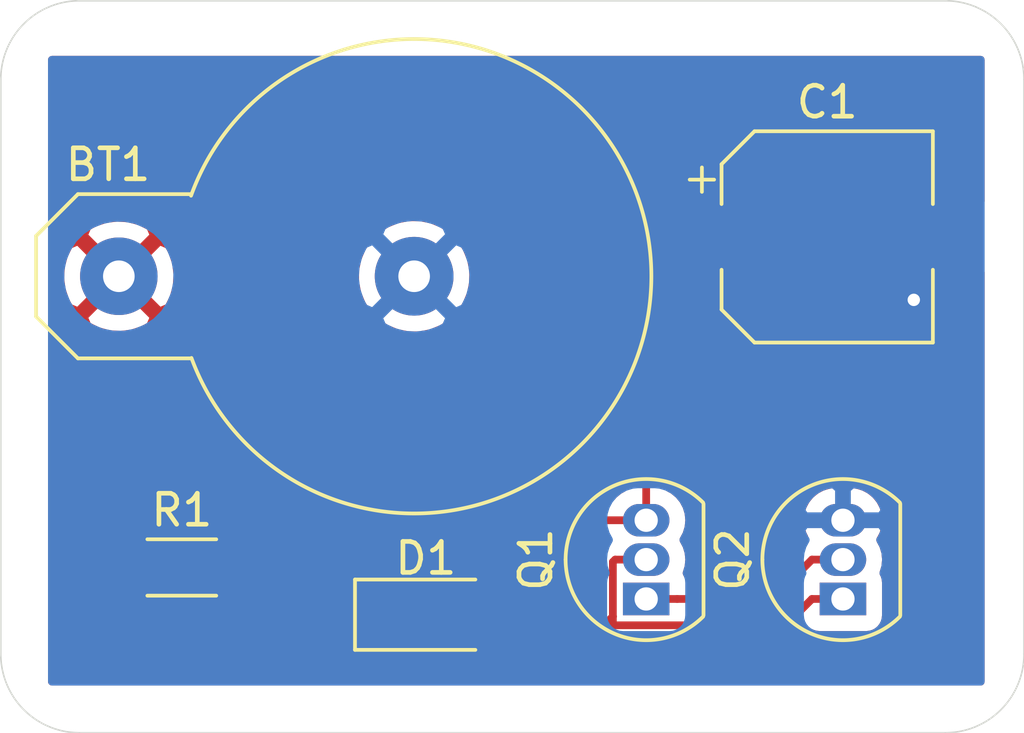
<source format=kicad_pcb>
(kicad_pcb (version 20171130) (host pcbnew "(5.1.2)-1")

  (general
    (thickness 1.6)
    (drawings 8)
    (tracks 23)
    (zones 0)
    (modules 6)
    (nets 6)
  )

  (page A4)
  (layers
    (0 F.Cu power)
    (31 B.Cu power)
    (32 B.Adhes user)
    (33 F.Adhes user)
    (34 B.Paste user)
    (35 F.Paste user)
    (36 B.SilkS user)
    (37 F.SilkS user)
    (38 B.Mask user)
    (39 F.Mask user)
    (40 Dwgs.User user)
    (41 Cmts.User user)
    (42 Eco1.User user)
    (43 Eco2.User user)
    (44 Edge.Cuts user)
    (45 Margin user)
    (46 B.CrtYd user)
    (47 F.CrtYd user)
    (48 B.Fab user)
    (49 F.Fab user)
  )

  (setup
    (last_trace_width 0.25)
    (trace_clearance 0.2)
    (zone_clearance 0.508)
    (zone_45_only no)
    (trace_min 0.2)
    (via_size 0.8)
    (via_drill 0.4)
    (via_min_size 0.4)
    (via_min_drill 0.3)
    (uvia_size 0.3)
    (uvia_drill 0.1)
    (uvias_allowed no)
    (uvia_min_size 0.2)
    (uvia_min_drill 0.1)
    (edge_width 0.05)
    (segment_width 0.2)
    (pcb_text_width 0.3)
    (pcb_text_size 1.5 1.5)
    (mod_edge_width 0.12)
    (mod_text_size 1 1)
    (mod_text_width 0.15)
    (pad_size 1.524 1.524)
    (pad_drill 0.762)
    (pad_to_mask_clearance 0.051)
    (solder_mask_min_width 0.25)
    (aux_axis_origin 0 0)
    (visible_elements FFFDFF7F)
    (pcbplotparams
      (layerselection 0x010fc_ffffffff)
      (usegerberextensions false)
      (usegerberattributes false)
      (usegerberadvancedattributes false)
      (creategerberjobfile false)
      (excludeedgelayer true)
      (linewidth 0.100000)
      (plotframeref false)
      (viasonmask false)
      (mode 1)
      (useauxorigin false)
      (hpglpennumber 1)
      (hpglpenspeed 20)
      (hpglpendiameter 15.000000)
      (psnegative false)
      (psa4output false)
      (plotreference true)
      (plotvalue true)
      (plotinvisibletext false)
      (padsonsilk false)
      (subtractmaskfromsilk false)
      (outputformat 1)
      (mirror false)
      (drillshape 0)
      (scaleselection 1)
      (outputdirectory ""))
  )

  (net 0 "")
  (net 1 "Net-(BT1-Pad2)")
  (net 2 "Net-(BT1-Pad1)")
  (net 3 "Net-(C1-Pad1)")
  (net 4 "Net-(D1-Pad1)")
  (net 5 "Net-(Q1-Pad1)")

  (net_class Default "This is the default net class."
    (clearance 0.2)
    (trace_width 0.25)
    (via_dia 0.8)
    (via_drill 0.4)
    (uvia_dia 0.3)
    (uvia_drill 0.1)
    (add_net "Net-(BT1-Pad1)")
    (add_net "Net-(BT1-Pad2)")
    (add_net "Net-(C1-Pad1)")
    (add_net "Net-(D1-Pad1)")
    (add_net "Net-(Q1-Pad1)")
  )

  (module Battery:BatteryHolder_Keystone_500 (layer F.Cu) (tedit 5C1118DA) (tstamp 5CF5AB0E)
    (at 139.7 95.25)
    (descr "Keystone #500, CR1220 battery holder, http://www.keyelco.com/product-pdf.cfm?p=710")
    (tags "CR1220 battery holder")
    (path /5CF7C973)
    (fp_text reference BT1 (at -0.35 -3.6) (layer F.SilkS)
      (effects (font (size 1 1) (thickness 0.15)))
    )
    (fp_text value "Battery_Cell 3.3V" (at 9.55 8.85) (layer F.Fab)
      (effects (font (size 1 1) (thickness 0.15)))
    )
    (fp_arc (start 9.53 0) (end 2.33 -2.6) (angle 320) (layer F.SilkS) (width 0.12))
    (fp_arc (start 9.53 0) (end 2.18 -2.85) (angle 317) (layer F.CrtYd) (width 0.05))
    (fp_circle (center 9.53 0) (end 2.41 2.54) (layer F.Fab) (width 0.1))
    (fp_circle (center 9.53 0) (end 3.94 0) (layer F.Fab) (width 0.1))
    (fp_line (start 13.08 4.32) (end 14.61 5.59) (layer F.Fab) (width 0.1))
    (fp_line (start 13.08 -4.32) (end 14.61 -5.59) (layer F.Fab) (width 0.1))
    (fp_line (start -2.54 -1.27) (end -1.27 -2.54) (layer F.Fab) (width 0.1))
    (fp_line (start -2.54 1.27) (end -2.54 -1.27) (layer F.Fab) (width 0.1))
    (fp_line (start -1.27 2.54) (end -2.54 1.27) (layer F.Fab) (width 0.1))
    (fp_line (start -1.27 -2.54) (end 2.41 -2.54) (layer F.Fab) (width 0.1))
    (fp_line (start -1.27 2.54) (end 2.41 2.54) (layer F.Fab) (width 0.1))
    (fp_line (start -1.32 -2.65) (end 2.33 -2.65) (layer F.SilkS) (width 0.12))
    (fp_line (start -2.67 -1.3) (end -1.32 -2.65) (layer F.SilkS) (width 0.12))
    (fp_line (start -2.67 1.3) (end -2.67 -1.3) (layer F.SilkS) (width 0.12))
    (fp_line (start -1.32 2.65) (end -2.67 1.3) (layer F.SilkS) (width 0.12))
    (fp_line (start 2.33 2.65) (end -1.32 2.65) (layer F.SilkS) (width 0.12))
    (fp_line (start -1.47 -2.85) (end 2.18 -2.85) (layer F.CrtYd) (width 0.05))
    (fp_line (start -2.92 -1.4) (end -1.47 -2.85) (layer F.CrtYd) (width 0.05))
    (fp_line (start -2.92 1.45) (end -2.92 -1.4) (layer F.CrtYd) (width 0.05))
    (fp_line (start -1.42 2.95) (end -2.92 1.45) (layer F.CrtYd) (width 0.05))
    (fp_line (start 2.23 2.95) (end -1.42 2.95) (layer F.CrtYd) (width 0.05))
    (fp_text user %R (at 7.275 0) (layer F.Fab)
      (effects (font (size 1 1) (thickness 0.15)))
    )
    (pad 2 thru_hole circle (at 9.53 0) (size 2.54 2.54) (drill 1.02) (layers *.Cu *.Mask)
      (net 1 "Net-(BT1-Pad2)"))
    (pad 1 thru_hole circle (at 0 0) (size 2.5 2.5) (drill 1.02) (layers *.Cu *.Mask)
      (net 2 "Net-(BT1-Pad1)"))
    (model ${KISYS3DMOD}/Battery.3dshapes/BatteryHolder_Keystone_500.wrl
      (at (xyz 0 0 0))
      (scale (xyz 1 1 1))
      (rotate (xyz 0 0 0))
    )
  )

  (module Resistor_SMD:R_1806_4516Metric_Pad1.57x1.80mm_HandSolder (layer F.Cu) (tedit 5B301BBD) (tstamp 5CF5AB7E)
    (at 141.732 104.648)
    (descr "Resistor SMD 1806 (4516 Metric), square (rectangular) end terminal, IPC_7351 nominal with elongated pad for handsoldering. (Body size source: https://www.modelithics.com/models/Vendor/MuRata/BLM41P.pdf), generated with kicad-footprint-generator")
    (tags "resistor handsolder")
    (path /5CF71914)
    (attr smd)
    (fp_text reference R1 (at 0 -1.85) (layer F.SilkS)
      (effects (font (size 1 1) (thickness 0.15)))
    )
    (fp_text value 1MΩ (at 0 1.85) (layer F.Fab)
      (effects (font (size 1 1) (thickness 0.15)))
    )
    (fp_text user %R (at 0 0) (layer F.Fab)
      (effects (font (size 1 1) (thickness 0.15)))
    )
    (fp_line (start 3.12 1.15) (end -3.12 1.15) (layer F.CrtYd) (width 0.05))
    (fp_line (start 3.12 -1.15) (end 3.12 1.15) (layer F.CrtYd) (width 0.05))
    (fp_line (start -3.12 -1.15) (end 3.12 -1.15) (layer F.CrtYd) (width 0.05))
    (fp_line (start -3.12 1.15) (end -3.12 -1.15) (layer F.CrtYd) (width 0.05))
    (fp_line (start -1.111252 0.91) (end 1.111252 0.91) (layer F.SilkS) (width 0.12))
    (fp_line (start -1.111252 -0.91) (end 1.111252 -0.91) (layer F.SilkS) (width 0.12))
    (fp_line (start 2.25 0.8) (end -2.25 0.8) (layer F.Fab) (width 0.1))
    (fp_line (start 2.25 -0.8) (end 2.25 0.8) (layer F.Fab) (width 0.1))
    (fp_line (start -2.25 -0.8) (end 2.25 -0.8) (layer F.Fab) (width 0.1))
    (fp_line (start -2.25 0.8) (end -2.25 -0.8) (layer F.Fab) (width 0.1))
    (pad 2 smd roundrect (at 2.0875 0) (size 1.575 1.8) (layers F.Cu F.Paste F.Mask) (roundrect_rratio 0.15873)
      (net 3 "Net-(C1-Pad1)"))
    (pad 1 smd roundrect (at -2.0875 0) (size 1.575 1.8) (layers F.Cu F.Paste F.Mask) (roundrect_rratio 0.15873)
      (net 2 "Net-(BT1-Pad1)"))
    (model ${KISYS3DMOD}/Resistor_SMD.3dshapes/R_1806_4516Metric.wrl
      (at (xyz 0 0 0))
      (scale (xyz 1 1 1))
      (rotate (xyz 0 0 0))
    )
  )

  (module Package_TO_SOT_THT:TO-92_Inline (layer F.Cu) (tedit 5A1DD157) (tstamp 5CF5AB6D)
    (at 163.068 105.664 90)
    (descr "TO-92 leads in-line, narrow, oval pads, drill 0.75mm (see NXP sot054_po.pdf)")
    (tags "to-92 sc-43 sc-43a sot54 PA33 transistor")
    (path /5CF72DDE)
    (fp_text reference Q2 (at 1.27 -3.56 90) (layer F.SilkS)
      (effects (font (size 1 1) (thickness 0.15)))
    )
    (fp_text value BC547 (at 1.27 2.79 90) (layer F.Fab)
      (effects (font (size 1 1) (thickness 0.15)))
    )
    (fp_arc (start 1.27 0) (end 1.27 -2.6) (angle 135) (layer F.SilkS) (width 0.12))
    (fp_arc (start 1.27 0) (end 1.27 -2.48) (angle -135) (layer F.Fab) (width 0.1))
    (fp_arc (start 1.27 0) (end 1.27 -2.6) (angle -135) (layer F.SilkS) (width 0.12))
    (fp_arc (start 1.27 0) (end 1.27 -2.48) (angle 135) (layer F.Fab) (width 0.1))
    (fp_line (start 4 2.01) (end -1.46 2.01) (layer F.CrtYd) (width 0.05))
    (fp_line (start 4 2.01) (end 4 -2.73) (layer F.CrtYd) (width 0.05))
    (fp_line (start -1.46 -2.73) (end -1.46 2.01) (layer F.CrtYd) (width 0.05))
    (fp_line (start -1.46 -2.73) (end 4 -2.73) (layer F.CrtYd) (width 0.05))
    (fp_line (start -0.5 1.75) (end 3 1.75) (layer F.Fab) (width 0.1))
    (fp_line (start -0.53 1.85) (end 3.07 1.85) (layer F.SilkS) (width 0.12))
    (fp_text user %R (at 1.27 -3.56 90) (layer F.Fab)
      (effects (font (size 1 1) (thickness 0.15)))
    )
    (pad 1 thru_hole rect (at 0 0 90) (size 1.05 1.5) (drill 0.75) (layers *.Cu *.Mask)
      (net 4 "Net-(D1-Pad1)"))
    (pad 3 thru_hole oval (at 2.54 0 90) (size 1.05 1.5) (drill 0.75) (layers *.Cu *.Mask)
      (net 1 "Net-(BT1-Pad2)"))
    (pad 2 thru_hole oval (at 1.27 0 90) (size 1.05 1.5) (drill 0.75) (layers *.Cu *.Mask)
      (net 5 "Net-(Q1-Pad1)"))
    (model ${KISYS3DMOD}/Package_TO_SOT_THT.3dshapes/TO-92_Inline.wrl
      (at (xyz 0 0 0))
      (scale (xyz 1 1 1))
      (rotate (xyz 0 0 0))
    )
  )

  (module Package_TO_SOT_THT:TO-92_Inline (layer F.Cu) (tedit 5A1DD157) (tstamp 5CF5AB5B)
    (at 156.718 105.664 90)
    (descr "TO-92 leads in-line, narrow, oval pads, drill 0.75mm (see NXP sot054_po.pdf)")
    (tags "to-92 sc-43 sc-43a sot54 PA33 transistor")
    (path /5CF721F4)
    (fp_text reference Q1 (at 1.27 -3.56 90) (layer F.SilkS)
      (effects (font (size 1 1) (thickness 0.15)))
    )
    (fp_text value BC557 (at 1.27 2.79 90) (layer F.Fab)
      (effects (font (size 1 1) (thickness 0.15)))
    )
    (fp_arc (start 1.27 0) (end 1.27 -2.6) (angle 135) (layer F.SilkS) (width 0.12))
    (fp_arc (start 1.27 0) (end 1.27 -2.48) (angle -135) (layer F.Fab) (width 0.1))
    (fp_arc (start 1.27 0) (end 1.27 -2.6) (angle -135) (layer F.SilkS) (width 0.12))
    (fp_arc (start 1.27 0) (end 1.27 -2.48) (angle 135) (layer F.Fab) (width 0.1))
    (fp_line (start 4 2.01) (end -1.46 2.01) (layer F.CrtYd) (width 0.05))
    (fp_line (start 4 2.01) (end 4 -2.73) (layer F.CrtYd) (width 0.05))
    (fp_line (start -1.46 -2.73) (end -1.46 2.01) (layer F.CrtYd) (width 0.05))
    (fp_line (start -1.46 -2.73) (end 4 -2.73) (layer F.CrtYd) (width 0.05))
    (fp_line (start -0.5 1.75) (end 3 1.75) (layer F.Fab) (width 0.1))
    (fp_line (start -0.53 1.85) (end 3.07 1.85) (layer F.SilkS) (width 0.12))
    (fp_text user %R (at 1.27 -3.56 90) (layer F.Fab)
      (effects (font (size 1 1) (thickness 0.15)))
    )
    (pad 1 thru_hole rect (at 0 0 90) (size 1.05 1.5) (drill 0.75) (layers *.Cu *.Mask)
      (net 5 "Net-(Q1-Pad1)"))
    (pad 3 thru_hole oval (at 2.54 0 90) (size 1.05 1.5) (drill 0.75) (layers *.Cu *.Mask)
      (net 3 "Net-(C1-Pad1)"))
    (pad 2 thru_hole oval (at 1.27 0 90) (size 1.05 1.5) (drill 0.75) (layers *.Cu *.Mask)
      (net 4 "Net-(D1-Pad1)"))
    (model ${KISYS3DMOD}/Package_TO_SOT_THT.3dshapes/TO-92_Inline.wrl
      (at (xyz 0 0 0))
      (scale (xyz 1 1 1))
      (rotate (xyz 0 0 0))
    )
  )

  (module LED_SMD:LED_1206_3216Metric (layer F.Cu) (tedit 5B301BBE) (tstamp 5CF5AB49)
    (at 149.606 106.172)
    (descr "LED SMD 1206 (3216 Metric), square (rectangular) end terminal, IPC_7351 nominal, (Body size source: http://www.tortai-tech.com/upload/download/2011102023233369053.pdf), generated with kicad-footprint-generator")
    (tags diode)
    (path /5CF736BD)
    (attr smd)
    (fp_text reference D1 (at 0 -1.82) (layer F.SilkS)
      (effects (font (size 1 1) (thickness 0.15)))
    )
    (fp_text value LED (at 0 1.82) (layer F.Fab)
      (effects (font (size 1 1) (thickness 0.15)))
    )
    (fp_text user %R (at 0 0) (layer F.Fab)
      (effects (font (size 0.8 0.8) (thickness 0.12)))
    )
    (fp_line (start 2.28 1.12) (end -2.28 1.12) (layer F.CrtYd) (width 0.05))
    (fp_line (start 2.28 -1.12) (end 2.28 1.12) (layer F.CrtYd) (width 0.05))
    (fp_line (start -2.28 -1.12) (end 2.28 -1.12) (layer F.CrtYd) (width 0.05))
    (fp_line (start -2.28 1.12) (end -2.28 -1.12) (layer F.CrtYd) (width 0.05))
    (fp_line (start -2.285 1.135) (end 1.6 1.135) (layer F.SilkS) (width 0.12))
    (fp_line (start -2.285 -1.135) (end -2.285 1.135) (layer F.SilkS) (width 0.12))
    (fp_line (start 1.6 -1.135) (end -2.285 -1.135) (layer F.SilkS) (width 0.12))
    (fp_line (start 1.6 0.8) (end 1.6 -0.8) (layer F.Fab) (width 0.1))
    (fp_line (start -1.6 0.8) (end 1.6 0.8) (layer F.Fab) (width 0.1))
    (fp_line (start -1.6 -0.4) (end -1.6 0.8) (layer F.Fab) (width 0.1))
    (fp_line (start -1.2 -0.8) (end -1.6 -0.4) (layer F.Fab) (width 0.1))
    (fp_line (start 1.6 -0.8) (end -1.2 -0.8) (layer F.Fab) (width 0.1))
    (pad 2 smd roundrect (at 1.4 0) (size 1.25 1.75) (layers F.Cu F.Paste F.Mask) (roundrect_rratio 0.2)
      (net 2 "Net-(BT1-Pad1)"))
    (pad 1 smd roundrect (at -1.4 0) (size 1.25 1.75) (layers F.Cu F.Paste F.Mask) (roundrect_rratio 0.2)
      (net 4 "Net-(D1-Pad1)"))
    (model ${KISYS3DMOD}/LED_SMD.3dshapes/LED_1206_3216Metric.wrl
      (at (xyz 0 0 0))
      (scale (xyz 1 1 1))
      (rotate (xyz 0 0 0))
    )
  )

  (module Capacitor_SMD:CP_Elec_6.3x5.2 (layer F.Cu) (tedit 5BCA39D0) (tstamp 5CF5AB36)
    (at 162.56 93.98)
    (descr "SMD capacitor, aluminum electrolytic, United Chemi-Con, 6.3x5.2mm")
    (tags "capacitor electrolytic")
    (path /5CF71D2C)
    (attr smd)
    (fp_text reference C1 (at 0 -4.35) (layer F.SilkS)
      (effects (font (size 1 1) (thickness 0.15)))
    )
    (fp_text value 1uF (at 0 4.35) (layer F.Fab)
      (effects (font (size 1 1) (thickness 0.15)))
    )
    (fp_text user %R (at 0 0) (layer F.Fab)
      (effects (font (size 1 1) (thickness 0.15)))
    )
    (fp_line (start -4.8 1.05) (end -3.55 1.05) (layer F.CrtYd) (width 0.05))
    (fp_line (start -4.8 -1.05) (end -4.8 1.05) (layer F.CrtYd) (width 0.05))
    (fp_line (start -3.55 -1.05) (end -4.8 -1.05) (layer F.CrtYd) (width 0.05))
    (fp_line (start -3.55 1.05) (end -3.55 2.4) (layer F.CrtYd) (width 0.05))
    (fp_line (start -3.55 -2.4) (end -3.55 -1.05) (layer F.CrtYd) (width 0.05))
    (fp_line (start -3.55 -2.4) (end -2.4 -3.55) (layer F.CrtYd) (width 0.05))
    (fp_line (start -3.55 2.4) (end -2.4 3.55) (layer F.CrtYd) (width 0.05))
    (fp_line (start -2.4 -3.55) (end 3.55 -3.55) (layer F.CrtYd) (width 0.05))
    (fp_line (start -2.4 3.55) (end 3.55 3.55) (layer F.CrtYd) (width 0.05))
    (fp_line (start 3.55 1.05) (end 3.55 3.55) (layer F.CrtYd) (width 0.05))
    (fp_line (start 4.8 1.05) (end 3.55 1.05) (layer F.CrtYd) (width 0.05))
    (fp_line (start 4.8 -1.05) (end 4.8 1.05) (layer F.CrtYd) (width 0.05))
    (fp_line (start 3.55 -1.05) (end 4.8 -1.05) (layer F.CrtYd) (width 0.05))
    (fp_line (start 3.55 -3.55) (end 3.55 -1.05) (layer F.CrtYd) (width 0.05))
    (fp_line (start -4.04375 -2.24125) (end -4.04375 -1.45375) (layer F.SilkS) (width 0.12))
    (fp_line (start -4.4375 -1.8475) (end -3.65 -1.8475) (layer F.SilkS) (width 0.12))
    (fp_line (start -3.41 2.345563) (end -2.345563 3.41) (layer F.SilkS) (width 0.12))
    (fp_line (start -3.41 -2.345563) (end -2.345563 -3.41) (layer F.SilkS) (width 0.12))
    (fp_line (start -3.41 -2.345563) (end -3.41 -1.06) (layer F.SilkS) (width 0.12))
    (fp_line (start -3.41 2.345563) (end -3.41 1.06) (layer F.SilkS) (width 0.12))
    (fp_line (start -2.345563 3.41) (end 3.41 3.41) (layer F.SilkS) (width 0.12))
    (fp_line (start -2.345563 -3.41) (end 3.41 -3.41) (layer F.SilkS) (width 0.12))
    (fp_line (start 3.41 -3.41) (end 3.41 -1.06) (layer F.SilkS) (width 0.12))
    (fp_line (start 3.41 3.41) (end 3.41 1.06) (layer F.SilkS) (width 0.12))
    (fp_line (start -2.389838 -1.645) (end -2.389838 -1.015) (layer F.Fab) (width 0.1))
    (fp_line (start -2.704838 -1.33) (end -2.074838 -1.33) (layer F.Fab) (width 0.1))
    (fp_line (start -3.3 2.3) (end -2.3 3.3) (layer F.Fab) (width 0.1))
    (fp_line (start -3.3 -2.3) (end -2.3 -3.3) (layer F.Fab) (width 0.1))
    (fp_line (start -3.3 -2.3) (end -3.3 2.3) (layer F.Fab) (width 0.1))
    (fp_line (start -2.3 3.3) (end 3.3 3.3) (layer F.Fab) (width 0.1))
    (fp_line (start -2.3 -3.3) (end 3.3 -3.3) (layer F.Fab) (width 0.1))
    (fp_line (start 3.3 -3.3) (end 3.3 3.3) (layer F.Fab) (width 0.1))
    (fp_circle (center 0 0) (end 3.15 0) (layer F.Fab) (width 0.1))
    (pad 2 smd roundrect (at 2.8 0) (size 3.5 1.6) (layers F.Cu F.Paste F.Mask) (roundrect_rratio 0.15625)
      (net 1 "Net-(BT1-Pad2)"))
    (pad 1 smd roundrect (at -2.8 0) (size 3.5 1.6) (layers F.Cu F.Paste F.Mask) (roundrect_rratio 0.15625)
      (net 3 "Net-(C1-Pad1)"))
    (model ${KISYS3DMOD}/Capacitor_SMD.3dshapes/CP_Elec_6.3x5.2.wrl
      (at (xyz 0 0 0))
      (scale (xyz 1 1 1))
      (rotate (xyz 0 0 0))
    )
  )

  (gr_arc (start 166.37 88.9) (end 168.91 88.9) (angle -90) (layer Edge.Cuts) (width 0.05))
  (gr_arc (start 138.43 88.9) (end 138.43 86.36) (angle -90) (layer Edge.Cuts) (width 0.05))
  (gr_arc (start 138.43 107.442) (end 135.89 107.442) (angle -90) (layer Edge.Cuts) (width 0.05))
  (gr_arc (start 166.37 107.442) (end 166.37 109.982) (angle -90) (layer Edge.Cuts) (width 0.05))
  (gr_line (start 168.91 88.9) (end 168.91 107.442) (layer Edge.Cuts) (width 0.05))
  (gr_line (start 138.43 86.36) (end 166.37 86.36) (layer Edge.Cuts) (width 0.05))
  (gr_line (start 135.89 107.442) (end 135.89 88.9) (layer Edge.Cuts) (width 0.05))
  (gr_line (start 166.37 109.982) (end 138.43 109.982) (layer Edge.Cuts) (width 0.05))

  (via (at 165.354 96.012) (size 0.8) (drill 0.4) (layers F.Cu B.Cu) (net 1))
  (segment (start 165.36 96.006) (end 165.354 96.012) (width 0.25) (layer F.Cu) (net 1))
  (segment (start 165.36 93.98) (end 165.36 96.006) (width 0.25) (layer F.Cu) (net 1))
  (segment (start 139.7 104.5925) (end 139.6445 104.648) (width 0.25) (layer F.Cu) (net 2))
  (segment (start 145.3435 103.124) (end 156.718 103.124) (width 0.25) (layer F.Cu) (net 3))
  (segment (start 143.8195 104.648) (end 145.3435 103.124) (width 0.25) (layer F.Cu) (net 3))
  (segment (start 156.718 97.022) (end 159.76 93.98) (width 0.25) (layer F.Cu) (net 3))
  (segment (start 156.718 103.124) (end 156.718 97.022) (width 0.25) (layer F.Cu) (net 3))
  (segment (start 155.642999 104.469001) (end 155.718 104.394) (width 0.25) (layer F.Cu) (net 4))
  (segment (start 155.707999 106.514001) (end 155.642999 106.449001) (width 0.25) (layer F.Cu) (net 4))
  (segment (start 161.217999 106.514001) (end 155.707999 106.514001) (width 0.25) (layer F.Cu) (net 4))
  (segment (start 155.718 104.394) (end 156.718 104.394) (width 0.25) (layer F.Cu) (net 4))
  (segment (start 162.068 105.664) (end 161.217999 106.514001) (width 0.25) (layer F.Cu) (net 4))
  (segment (start 163.068 105.664) (end 162.068 105.664) (width 0.25) (layer F.Cu) (net 4))
  (segment (start 154.50199 107.37201) (end 155.642999 106.231001) (width 0.25) (layer F.Cu) (net 4))
  (segment (start 149.40601 107.37201) (end 154.50199 107.37201) (width 0.25) (layer F.Cu) (net 4))
  (segment (start 148.206 106.172) (end 149.40601 107.37201) (width 0.25) (layer F.Cu) (net 4))
  (segment (start 155.642999 106.449001) (end 155.642999 106.231001) (width 0.25) (layer F.Cu) (net 4))
  (segment (start 155.642999 106.231001) (end 155.642999 104.469001) (width 0.25) (layer F.Cu) (net 4))
  (segment (start 157.718 105.664) (end 156.718 105.664) (width 0.25) (layer F.Cu) (net 5))
  (segment (start 160.798 105.664) (end 157.718 105.664) (width 0.25) (layer F.Cu) (net 5))
  (segment (start 162.068 104.394) (end 160.798 105.664) (width 0.25) (layer F.Cu) (net 5))
  (segment (start 163.068 104.394) (end 162.068 104.394) (width 0.25) (layer F.Cu) (net 5))

  (zone (net 2) (net_name "Net-(BT1-Pad1)") (layer F.Cu) (tstamp 5CF5B613) (hatch edge 0.508)
    (connect_pads (clearance 0.508))
    (min_thickness 0.254)
    (fill yes (arc_segments 32) (thermal_gap 0.508) (thermal_bridge_width 0.508))
    (polygon
      (pts
        (xy 167.64 108.458) (xy 137.414 108.458) (xy 137.414 88.138) (xy 167.64 88.138)
      )
    )
    (filled_polygon
      (pts
        (xy 167.513 92.832547) (xy 167.487962 92.802038) (xy 167.353386 92.691595) (xy 167.19985 92.609528) (xy 167.033254 92.558992)
        (xy 166.86 92.541928) (xy 163.86 92.541928) (xy 163.686746 92.558992) (xy 163.52015 92.609528) (xy 163.366614 92.691595)
        (xy 163.232038 92.802038) (xy 163.121595 92.936614) (xy 163.039528 93.09015) (xy 162.988992 93.256746) (xy 162.971928 93.43)
        (xy 162.971928 94.53) (xy 162.988992 94.703254) (xy 163.039528 94.86985) (xy 163.121595 95.023386) (xy 163.232038 95.157962)
        (xy 163.366614 95.268405) (xy 163.52015 95.350472) (xy 163.686746 95.401008) (xy 163.86 95.418072) (xy 164.506066 95.418072)
        (xy 164.436795 95.521744) (xy 164.358774 95.710102) (xy 164.319 95.910061) (xy 164.319 96.113939) (xy 164.358774 96.313898)
        (xy 164.436795 96.502256) (xy 164.550063 96.671774) (xy 164.694226 96.815937) (xy 164.863744 96.929205) (xy 165.052102 97.007226)
        (xy 165.252061 97.047) (xy 165.455939 97.047) (xy 165.655898 97.007226) (xy 165.844256 96.929205) (xy 166.013774 96.815937)
        (xy 166.157937 96.671774) (xy 166.271205 96.502256) (xy 166.349226 96.313898) (xy 166.389 96.113939) (xy 166.389 95.910061)
        (xy 166.349226 95.710102) (xy 166.271205 95.521744) (xy 166.201934 95.418072) (xy 166.86 95.418072) (xy 167.033254 95.401008)
        (xy 167.19985 95.350472) (xy 167.353386 95.268405) (xy 167.487962 95.157962) (xy 167.513 95.127453) (xy 167.513 108.331)
        (xy 137.541 108.331) (xy 137.541 105.548) (xy 138.218928 105.548) (xy 138.231188 105.672482) (xy 138.267498 105.79218)
        (xy 138.326463 105.902494) (xy 138.405815 105.999185) (xy 138.502506 106.078537) (xy 138.61282 106.137502) (xy 138.732518 106.173812)
        (xy 138.857 106.186072) (xy 139.35875 106.183) (xy 139.5175 106.02425) (xy 139.5175 104.775) (xy 139.7715 104.775)
        (xy 139.7715 106.02425) (xy 139.93025 106.183) (xy 140.432 106.186072) (xy 140.556482 106.173812) (xy 140.67618 106.137502)
        (xy 140.786494 106.078537) (xy 140.883185 105.999185) (xy 140.962537 105.902494) (xy 141.021502 105.79218) (xy 141.057812 105.672482)
        (xy 141.070072 105.548) (xy 141.067 104.93375) (xy 140.90825 104.775) (xy 139.7715 104.775) (xy 139.5175 104.775)
        (xy 138.38075 104.775) (xy 138.222 104.93375) (xy 138.218928 105.548) (xy 137.541 105.548) (xy 137.541 103.748)
        (xy 138.218928 103.748) (xy 138.222 104.36225) (xy 138.38075 104.521) (xy 139.5175 104.521) (xy 139.5175 103.27175)
        (xy 139.7715 103.27175) (xy 139.7715 104.521) (xy 140.90825 104.521) (xy 141.067 104.36225) (xy 141.068821 103.997999)
        (xy 142.393928 103.997999) (xy 142.393928 105.298001) (xy 142.410992 105.471255) (xy 142.461528 105.637851) (xy 142.543595 105.791387)
        (xy 142.654038 105.925962) (xy 142.788613 106.036405) (xy 142.942149 106.118472) (xy 143.108745 106.169008) (xy 143.281999 106.186072)
        (xy 144.357001 106.186072) (xy 144.530255 106.169008) (xy 144.696851 106.118472) (xy 144.850387 106.036405) (xy 144.984962 105.925962)
        (xy 145.095405 105.791387) (xy 145.177472 105.637851) (xy 145.228008 105.471255) (xy 145.245072 105.298001) (xy 145.245072 104.29723)
        (xy 145.658303 103.884) (xy 155.153198 103.884) (xy 155.131995 103.905204) (xy 155.102999 103.929) (xy 155.079201 103.957998)
        (xy 155.0792 103.957999) (xy 155.008025 104.044725) (xy 154.937453 104.176755) (xy 154.893997 104.320016) (xy 154.879323 104.469001)
        (xy 154.883 104.506333) (xy 154.882999 105.916198) (xy 154.187189 106.61201) (xy 152.266804 106.61201) (xy 152.266 106.45775)
        (xy 152.10725 106.299) (xy 151.133 106.299) (xy 151.133 106.319) (xy 150.879 106.319) (xy 150.879 106.299)
        (xy 149.90475 106.299) (xy 149.746 106.45775) (xy 149.745196 106.61201) (xy 149.720813 106.61201) (xy 149.469072 106.36027)
        (xy 149.469072 105.547) (xy 149.452008 105.373746) (xy 149.428728 105.297) (xy 149.742928 105.297) (xy 149.746 105.88625)
        (xy 149.90475 106.045) (xy 150.879 106.045) (xy 150.879 104.82075) (xy 151.133 104.82075) (xy 151.133 106.045)
        (xy 152.10725 106.045) (xy 152.266 105.88625) (xy 152.269072 105.297) (xy 152.256812 105.172518) (xy 152.220502 105.05282)
        (xy 152.161537 104.942506) (xy 152.082185 104.845815) (xy 151.985494 104.766463) (xy 151.87518 104.707498) (xy 151.755482 104.671188)
        (xy 151.631 104.658928) (xy 151.29175 104.662) (xy 151.133 104.82075) (xy 150.879 104.82075) (xy 150.72025 104.662)
        (xy 150.381 104.658928) (xy 150.256518 104.671188) (xy 150.13682 104.707498) (xy 150.026506 104.766463) (xy 149.929815 104.845815)
        (xy 149.850463 104.942506) (xy 149.791498 105.05282) (xy 149.755188 105.172518) (xy 149.742928 105.297) (xy 149.428728 105.297)
        (xy 149.401472 105.20715) (xy 149.319405 105.053614) (xy 149.208962 104.919038) (xy 149.074386 104.808595) (xy 148.92085 104.726528)
        (xy 148.754254 104.675992) (xy 148.581 104.658928) (xy 147.831 104.658928) (xy 147.657746 104.675992) (xy 147.49115 104.726528)
        (xy 147.337614 104.808595) (xy 147.203038 104.919038) (xy 147.092595 105.053614) (xy 147.010528 105.20715) (xy 146.959992 105.373746)
        (xy 146.942928 105.547) (xy 146.942928 106.797) (xy 146.959992 106.970254) (xy 147.010528 107.13685) (xy 147.092595 107.290386)
        (xy 147.203038 107.424962) (xy 147.337614 107.535405) (xy 147.49115 107.617472) (xy 147.657746 107.668008) (xy 147.831 107.685072)
        (xy 148.581 107.685072) (xy 148.638597 107.679399) (xy 148.842215 107.883018) (xy 148.866009 107.912011) (xy 148.895002 107.935805)
        (xy 148.895006 107.935809) (xy 148.955775 107.98568) (xy 148.981734 108.006984) (xy 149.113763 108.077556) (xy 149.257024 108.121013)
        (xy 149.368677 108.13201) (xy 149.368686 108.13201) (xy 149.406009 108.135686) (xy 149.443332 108.13201) (xy 154.464668 108.13201)
        (xy 154.50199 108.135686) (xy 154.539312 108.13201) (xy 154.539323 108.13201) (xy 154.650976 108.121013) (xy 154.794237 108.077556)
        (xy 154.926266 108.006984) (xy 155.041991 107.912011) (xy 155.065793 107.883008) (xy 155.674431 107.274371) (xy 155.707999 107.277677)
        (xy 155.745322 107.274001) (xy 161.180677 107.274001) (xy 161.217999 107.277677) (xy 161.255321 107.274001) (xy 161.255332 107.274001)
        (xy 161.366985 107.263004) (xy 161.510246 107.219547) (xy 161.642275 107.148975) (xy 161.758 107.054002) (xy 161.781802 107.024999)
        (xy 162.044156 106.762646) (xy 162.07382 106.778502) (xy 162.193518 106.814812) (xy 162.318 106.827072) (xy 163.818 106.827072)
        (xy 163.942482 106.814812) (xy 164.06218 106.778502) (xy 164.172494 106.719537) (xy 164.269185 106.640185) (xy 164.348537 106.543494)
        (xy 164.407502 106.43318) (xy 164.443812 106.313482) (xy 164.456072 106.189) (xy 164.456072 105.139) (xy 164.443812 105.014518)
        (xy 164.407502 104.89482) (xy 164.372907 104.830098) (xy 164.436215 104.6214) (xy 164.458612 104.394) (xy 164.436215 104.1666)
        (xy 164.369885 103.94794) (xy 164.268895 103.759) (xy 164.369885 103.57006) (xy 164.436215 103.3514) (xy 164.458612 103.124)
        (xy 164.436215 102.8966) (xy 164.369885 102.67794) (xy 164.262171 102.476421) (xy 164.117212 102.299788) (xy 163.940579 102.154829)
        (xy 163.73906 102.047115) (xy 163.5204 101.980785) (xy 163.349979 101.964) (xy 162.786021 101.964) (xy 162.6156 101.980785)
        (xy 162.39694 102.047115) (xy 162.195421 102.154829) (xy 162.018788 102.299788) (xy 161.873829 102.476421) (xy 161.766115 102.67794)
        (xy 161.699785 102.8966) (xy 161.677388 103.124) (xy 161.699785 103.3514) (xy 161.766115 103.57006) (xy 161.821913 103.674452)
        (xy 161.775753 103.688454) (xy 161.643724 103.759026) (xy 161.527999 103.853999) (xy 161.504201 103.882997) (xy 160.483199 104.904)
        (xy 158.060287 104.904) (xy 158.057502 104.89482) (xy 158.022907 104.830098) (xy 158.086215 104.6214) (xy 158.108612 104.394)
        (xy 158.086215 104.1666) (xy 158.019885 103.94794) (xy 157.918895 103.759) (xy 158.019885 103.57006) (xy 158.086215 103.3514)
        (xy 158.108612 103.124) (xy 158.086215 102.8966) (xy 158.019885 102.67794) (xy 157.912171 102.476421) (xy 157.767212 102.299788)
        (xy 157.590579 102.154829) (xy 157.478 102.094654) (xy 157.478 97.336801) (xy 159.39673 95.418072) (xy 161.26 95.418072)
        (xy 161.433254 95.401008) (xy 161.59985 95.350472) (xy 161.753386 95.268405) (xy 161.887962 95.157962) (xy 161.998405 95.023386)
        (xy 162.080472 94.86985) (xy 162.131008 94.703254) (xy 162.148072 94.53) (xy 162.148072 93.43) (xy 162.131008 93.256746)
        (xy 162.080472 93.09015) (xy 161.998405 92.936614) (xy 161.887962 92.802038) (xy 161.753386 92.691595) (xy 161.59985 92.609528)
        (xy 161.433254 92.558992) (xy 161.26 92.541928) (xy 158.26 92.541928) (xy 158.086746 92.558992) (xy 157.92015 92.609528)
        (xy 157.766614 92.691595) (xy 157.632038 92.802038) (xy 157.521595 92.936614) (xy 157.439528 93.09015) (xy 157.388992 93.256746)
        (xy 157.371928 93.43) (xy 157.371928 94.53) (xy 157.388992 94.703254) (xy 157.439528 94.86985) (xy 157.521595 95.023386)
        (xy 157.575783 95.089415) (xy 156.206998 96.458201) (xy 156.178 96.481999) (xy 156.154202 96.510997) (xy 156.154201 96.510998)
        (xy 156.083026 96.597724) (xy 156.012454 96.729754) (xy 155.968998 96.873015) (xy 155.954324 97.022) (xy 155.958001 97.059332)
        (xy 155.958 102.094654) (xy 155.845421 102.154829) (xy 155.668788 102.299788) (xy 155.616091 102.364) (xy 145.380822 102.364)
        (xy 145.343499 102.360324) (xy 145.306176 102.364) (xy 145.306167 102.364) (xy 145.194514 102.374997) (xy 145.051253 102.418454)
        (xy 144.919224 102.489026) (xy 144.919222 102.489027) (xy 144.919223 102.489027) (xy 144.832496 102.560201) (xy 144.832492 102.560205)
        (xy 144.803499 102.583999) (xy 144.779705 102.612992) (xy 144.28277 103.109928) (xy 143.281999 103.109928) (xy 143.108745 103.126992)
        (xy 142.942149 103.177528) (xy 142.788613 103.259595) (xy 142.654038 103.370038) (xy 142.543595 103.504613) (xy 142.461528 103.658149)
        (xy 142.410992 103.824745) (xy 142.393928 103.997999) (xy 141.068821 103.997999) (xy 141.070072 103.748) (xy 141.057812 103.623518)
        (xy 141.021502 103.50382) (xy 140.962537 103.393506) (xy 140.883185 103.296815) (xy 140.786494 103.217463) (xy 140.67618 103.158498)
        (xy 140.556482 103.122188) (xy 140.432 103.109928) (xy 139.93025 103.113) (xy 139.7715 103.27175) (xy 139.5175 103.27175)
        (xy 139.35875 103.113) (xy 138.857 103.109928) (xy 138.732518 103.122188) (xy 138.61282 103.158498) (xy 138.502506 103.217463)
        (xy 138.405815 103.296815) (xy 138.326463 103.393506) (xy 138.267498 103.50382) (xy 138.231188 103.623518) (xy 138.218928 103.748)
        (xy 137.541 103.748) (xy 137.541 96.563605) (xy 138.566 96.563605) (xy 138.691914 96.853577) (xy 139.024126 97.019433)
        (xy 139.382312 97.11729) (xy 139.752706 97.143389) (xy 140.121075 97.096725) (xy 140.473262 96.979094) (xy 140.708086 96.853577)
        (xy 140.834 96.563605) (xy 139.7 95.429605) (xy 138.566 96.563605) (xy 137.541 96.563605) (xy 137.541 95.302706)
        (xy 137.806611 95.302706) (xy 137.853275 95.671075) (xy 137.970906 96.023262) (xy 138.096423 96.258086) (xy 138.386395 96.384)
        (xy 139.520395 95.25) (xy 139.879605 95.25) (xy 141.013605 96.384) (xy 141.303577 96.258086) (xy 141.469433 95.925874)
        (xy 141.56729 95.567688) (xy 141.593389 95.197294) (xy 141.576298 95.062374) (xy 147.325 95.062374) (xy 147.325 95.437626)
        (xy 147.398209 95.805668) (xy 147.541811 96.152356) (xy 147.75029 96.464366) (xy 148.015634 96.72971) (xy 148.327644 96.938189)
        (xy 148.674332 97.081791) (xy 149.042374 97.155) (xy 149.417626 97.155) (xy 149.785668 97.081791) (xy 150.132356 96.938189)
        (xy 150.444366 96.72971) (xy 150.70971 96.464366) (xy 150.918189 96.152356) (xy 151.061791 95.805668) (xy 151.135 95.437626)
        (xy 151.135 95.062374) (xy 151.061791 94.694332) (xy 150.918189 94.347644) (xy 150.70971 94.035634) (xy 150.444366 93.77029)
        (xy 150.132356 93.561811) (xy 149.785668 93.418209) (xy 149.417626 93.345) (xy 149.042374 93.345) (xy 148.674332 93.418209)
        (xy 148.327644 93.561811) (xy 148.015634 93.77029) (xy 147.75029 94.035634) (xy 147.541811 94.347644) (xy 147.398209 94.694332)
        (xy 147.325 95.062374) (xy 141.576298 95.062374) (xy 141.546725 94.828925) (xy 141.429094 94.476738) (xy 141.303577 94.241914)
        (xy 141.013605 94.116) (xy 139.879605 95.25) (xy 139.520395 95.25) (xy 138.386395 94.116) (xy 138.096423 94.241914)
        (xy 137.930567 94.574126) (xy 137.83271 94.932312) (xy 137.806611 95.302706) (xy 137.541 95.302706) (xy 137.541 93.936395)
        (xy 138.566 93.936395) (xy 139.7 95.070395) (xy 140.834 93.936395) (xy 140.708086 93.646423) (xy 140.375874 93.480567)
        (xy 140.017688 93.38271) (xy 139.647294 93.356611) (xy 139.278925 93.403275) (xy 138.926738 93.520906) (xy 138.691914 93.646423)
        (xy 138.566 93.936395) (xy 137.541 93.936395) (xy 137.541 88.265) (xy 167.513 88.265)
      )
    )
  )
  (zone (net 1) (net_name "Net-(BT1-Pad2)") (layer B.Cu) (tstamp 5CF5B610) (hatch edge 0.508)
    (connect_pads (clearance 0.508))
    (min_thickness 0.254)
    (fill yes (arc_segments 32) (thermal_gap 0.508) (thermal_bridge_width 0.508))
    (polygon
      (pts
        (xy 167.64 108.458) (xy 137.414 108.458) (xy 137.414 88.138) (xy 167.64 88.138)
      )
    )
    (filled_polygon
      (pts
        (xy 167.513 108.331) (xy 137.541 108.331) (xy 137.541 103.124) (xy 155.327388 103.124) (xy 155.349785 103.3514)
        (xy 155.416115 103.57006) (xy 155.517105 103.759) (xy 155.416115 103.94794) (xy 155.349785 104.1666) (xy 155.327388 104.394)
        (xy 155.349785 104.6214) (xy 155.413093 104.830098) (xy 155.378498 104.89482) (xy 155.342188 105.014518) (xy 155.329928 105.139)
        (xy 155.329928 106.189) (xy 155.342188 106.313482) (xy 155.378498 106.43318) (xy 155.437463 106.543494) (xy 155.516815 106.640185)
        (xy 155.613506 106.719537) (xy 155.72382 106.778502) (xy 155.843518 106.814812) (xy 155.968 106.827072) (xy 157.468 106.827072)
        (xy 157.592482 106.814812) (xy 157.71218 106.778502) (xy 157.822494 106.719537) (xy 157.919185 106.640185) (xy 157.998537 106.543494)
        (xy 158.057502 106.43318) (xy 158.093812 106.313482) (xy 158.106072 106.189) (xy 158.106072 105.139) (xy 158.093812 105.014518)
        (xy 158.057502 104.89482) (xy 158.022907 104.830098) (xy 158.086215 104.6214) (xy 158.108612 104.394) (xy 161.677388 104.394)
        (xy 161.699785 104.6214) (xy 161.763093 104.830098) (xy 161.728498 104.89482) (xy 161.692188 105.014518) (xy 161.679928 105.139)
        (xy 161.679928 106.189) (xy 161.692188 106.313482) (xy 161.728498 106.43318) (xy 161.787463 106.543494) (xy 161.866815 106.640185)
        (xy 161.963506 106.719537) (xy 162.07382 106.778502) (xy 162.193518 106.814812) (xy 162.318 106.827072) (xy 163.818 106.827072)
        (xy 163.942482 106.814812) (xy 164.06218 106.778502) (xy 164.172494 106.719537) (xy 164.269185 106.640185) (xy 164.348537 106.543494)
        (xy 164.407502 106.43318) (xy 164.443812 106.313482) (xy 164.456072 106.189) (xy 164.456072 105.139) (xy 164.443812 105.014518)
        (xy 164.407502 104.89482) (xy 164.372907 104.830098) (xy 164.436215 104.6214) (xy 164.458612 104.394) (xy 164.436215 104.1666)
        (xy 164.369885 103.94794) (xy 164.269071 103.759331) (xy 164.310275 103.700882) (xy 164.403272 103.491337) (xy 164.411964 103.42981)
        (xy 164.286163 103.251) (xy 163.521109 103.251) (xy 163.5204 103.250785) (xy 163.349979 103.234) (xy 162.786021 103.234)
        (xy 162.6156 103.250785) (xy 162.614891 103.251) (xy 161.849837 103.251) (xy 161.724036 103.42981) (xy 161.732728 103.491337)
        (xy 161.825725 103.700882) (xy 161.866929 103.759331) (xy 161.766115 103.94794) (xy 161.699785 104.1666) (xy 161.677388 104.394)
        (xy 158.108612 104.394) (xy 158.086215 104.1666) (xy 158.019885 103.94794) (xy 157.918895 103.759) (xy 158.019885 103.57006)
        (xy 158.086215 103.3514) (xy 158.108612 103.124) (xy 158.086215 102.8966) (xy 158.06243 102.81819) (xy 161.724036 102.81819)
        (xy 161.849837 102.997) (xy 162.941 102.997) (xy 162.941 102.117402) (xy 163.195 102.117402) (xy 163.195 102.997)
        (xy 164.286163 102.997) (xy 164.411964 102.81819) (xy 164.403272 102.756663) (xy 164.310275 102.547118) (xy 164.178184 102.359742)
        (xy 164.012076 102.201736) (xy 163.818334 102.079172) (xy 163.604404 101.996761) (xy 163.378507 101.957669) (xy 163.195 102.117402)
        (xy 162.941 102.117402) (xy 162.757493 101.957669) (xy 162.531596 101.996761) (xy 162.317666 102.079172) (xy 162.123924 102.201736)
        (xy 161.957816 102.359742) (xy 161.825725 102.547118) (xy 161.732728 102.756663) (xy 161.724036 102.81819) (xy 158.06243 102.81819)
        (xy 158.019885 102.67794) (xy 157.912171 102.476421) (xy 157.767212 102.299788) (xy 157.590579 102.154829) (xy 157.38906 102.047115)
        (xy 157.1704 101.980785) (xy 156.999979 101.964) (xy 156.436021 101.964) (xy 156.2656 101.980785) (xy 156.04694 102.047115)
        (xy 155.845421 102.154829) (xy 155.668788 102.299788) (xy 155.523829 102.476421) (xy 155.416115 102.67794) (xy 155.349785 102.8966)
        (xy 155.327388 103.124) (xy 137.541 103.124) (xy 137.541 95.064344) (xy 137.815 95.064344) (xy 137.815 95.435656)
        (xy 137.887439 95.799834) (xy 138.029534 96.142882) (xy 138.235825 96.451618) (xy 138.498382 96.714175) (xy 138.807118 96.920466)
        (xy 139.150166 97.062561) (xy 139.514344 97.135) (xy 139.885656 97.135) (xy 140.249834 97.062561) (xy 140.592882 96.920466)
        (xy 140.901618 96.714175) (xy 141.037941 96.577852) (xy 148.081753 96.577852) (xy 148.210076 96.869871) (xy 148.545695 97.037723)
        (xy 148.907611 97.136874) (xy 149.281916 97.163514) (xy 149.654227 97.116618) (xy 150.010235 96.997988) (xy 150.249924 96.869871)
        (xy 150.378247 96.577852) (xy 149.23 95.429605) (xy 148.081753 96.577852) (xy 141.037941 96.577852) (xy 141.164175 96.451618)
        (xy 141.370466 96.142882) (xy 141.512561 95.799834) (xy 141.585 95.435656) (xy 141.585 95.301916) (xy 147.316486 95.301916)
        (xy 147.363382 95.674227) (xy 147.482012 96.030235) (xy 147.610129 96.269924) (xy 147.902148 96.398247) (xy 149.050395 95.25)
        (xy 149.409605 95.25) (xy 150.557852 96.398247) (xy 150.849871 96.269924) (xy 151.017723 95.934305) (xy 151.116874 95.572389)
        (xy 151.143514 95.198084) (xy 151.096618 94.825773) (xy 150.977988 94.469765) (xy 150.849871 94.230076) (xy 150.557852 94.101753)
        (xy 149.409605 95.25) (xy 149.050395 95.25) (xy 147.902148 94.101753) (xy 147.610129 94.230076) (xy 147.442277 94.565695)
        (xy 147.343126 94.927611) (xy 147.316486 95.301916) (xy 141.585 95.301916) (xy 141.585 95.064344) (xy 141.512561 94.700166)
        (xy 141.370466 94.357118) (xy 141.164175 94.048382) (xy 141.037941 93.922148) (xy 148.081753 93.922148) (xy 149.23 95.070395)
        (xy 150.378247 93.922148) (xy 150.249924 93.630129) (xy 149.914305 93.462277) (xy 149.552389 93.363126) (xy 149.178084 93.336486)
        (xy 148.805773 93.383382) (xy 148.449765 93.502012) (xy 148.210076 93.630129) (xy 148.081753 93.922148) (xy 141.037941 93.922148)
        (xy 140.901618 93.785825) (xy 140.592882 93.579534) (xy 140.249834 93.437439) (xy 139.885656 93.365) (xy 139.514344 93.365)
        (xy 139.150166 93.437439) (xy 138.807118 93.579534) (xy 138.498382 93.785825) (xy 138.235825 94.048382) (xy 138.029534 94.357118)
        (xy 137.887439 94.700166) (xy 137.815 95.064344) (xy 137.541 95.064344) (xy 137.541 88.265) (xy 167.513 88.265)
      )
    )
  )
)

</source>
